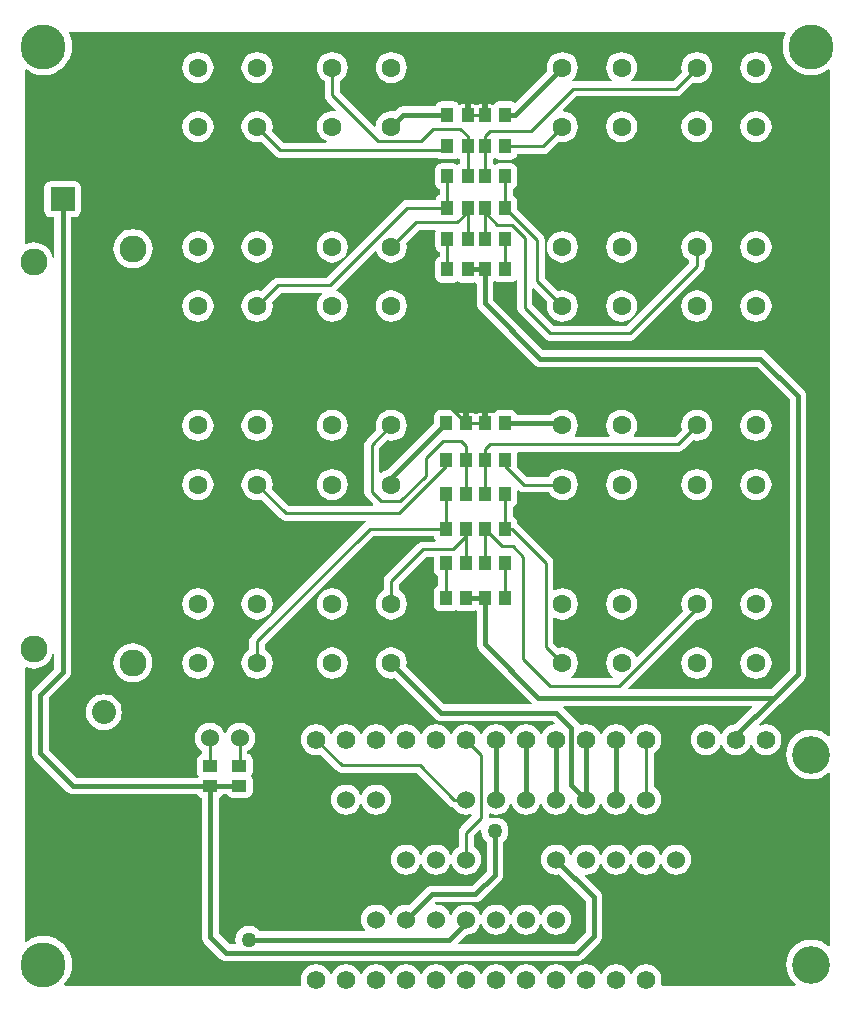
<source format=gtl>
G04 Layer_Physical_Order=1*
G04 Layer_Color=255*
%FSLAX23Y23*%
%MOIN*%
G70*
G01*
G75*
%ADD10R,0.040X0.047*%
%ADD11R,0.047X0.040*%
%ADD12C,0.010*%
%ADD13C,0.015*%
%ADD14C,0.062*%
%ADD15C,0.126*%
%ADD16C,0.060*%
%ADD17R,0.060X0.060*%
%ADD18C,0.063*%
%ADD19C,0.150*%
%ADD20C,0.090*%
%ADD21C,0.080*%
%ADD22R,0.080X0.080*%
%ADD23C,0.050*%
G36*
X4605Y6920D02*
X4601Y6912D01*
X4595Y6894D01*
X4594Y6875D01*
X4595Y6856D01*
X4601Y6838D01*
X4610Y6822D01*
X4622Y6807D01*
X4636Y6796D01*
X4652Y6787D01*
X4670Y6781D01*
X4689Y6780D01*
X4708Y6781D01*
X4726Y6787D01*
X4742Y6796D01*
X4746Y6799D01*
X4751Y6797D01*
Y4578D01*
X4746Y4576D01*
X4735Y4584D01*
X4721Y4592D01*
X4705Y4597D01*
X4689Y4598D01*
X4673Y4597D01*
X4657Y4592D01*
X4643Y4584D01*
X4630Y4574D01*
X4620Y4561D01*
X4612Y4547D01*
X4607Y4531D01*
X4606Y4515D01*
X4607Y4499D01*
X4612Y4483D01*
X4620Y4469D01*
X4630Y4456D01*
X4643Y4446D01*
X4657Y4438D01*
X4673Y4433D01*
X4689Y4432D01*
X4705Y4433D01*
X4721Y4438D01*
X4735Y4446D01*
X4746Y4454D01*
X4751Y4452D01*
Y3878D01*
X4746Y3876D01*
X4735Y3884D01*
X4721Y3892D01*
X4705Y3897D01*
X4689Y3898D01*
X4673Y3897D01*
X4657Y3892D01*
X4643Y3884D01*
X4630Y3874D01*
X4620Y3861D01*
X4612Y3847D01*
X4607Y3831D01*
X4606Y3815D01*
X4607Y3799D01*
X4612Y3783D01*
X4620Y3769D01*
X4630Y3756D01*
X4637Y3750D01*
X4635Y3745D01*
X4191D01*
X4188Y3750D01*
X4189Y3752D01*
X4190Y3765D01*
X4189Y3778D01*
X4184Y3791D01*
X4175Y3801D01*
X4165Y3810D01*
X4152Y3815D01*
X4139Y3816D01*
X4126Y3815D01*
X4113Y3810D01*
X4103Y3801D01*
X4094Y3791D01*
X4092Y3784D01*
X4086D01*
X4084Y3791D01*
X4075Y3801D01*
X4065Y3810D01*
X4052Y3815D01*
X4039Y3816D01*
X4026Y3815D01*
X4013Y3810D01*
X4003Y3801D01*
X3994Y3791D01*
X3992Y3784D01*
X3986D01*
X3984Y3791D01*
X3975Y3801D01*
X3965Y3810D01*
X3952Y3815D01*
X3939Y3816D01*
X3926Y3815D01*
X3913Y3810D01*
X3903Y3801D01*
X3894Y3791D01*
X3892Y3784D01*
X3886D01*
X3884Y3791D01*
X3875Y3801D01*
X3865Y3810D01*
X3852Y3815D01*
X3839Y3816D01*
X3826Y3815D01*
X3813Y3810D01*
X3803Y3801D01*
X3794Y3791D01*
X3792Y3784D01*
X3786D01*
X3784Y3791D01*
X3775Y3801D01*
X3765Y3810D01*
X3752Y3815D01*
X3739Y3816D01*
X3726Y3815D01*
X3713Y3810D01*
X3703Y3801D01*
X3694Y3791D01*
X3692Y3784D01*
X3686D01*
X3684Y3791D01*
X3675Y3801D01*
X3665Y3810D01*
X3652Y3815D01*
X3639Y3816D01*
X3626Y3815D01*
X3613Y3810D01*
X3603Y3801D01*
X3594Y3791D01*
X3592Y3784D01*
X3586D01*
X3584Y3791D01*
X3575Y3801D01*
X3565Y3810D01*
X3552Y3815D01*
X3539Y3816D01*
X3526Y3815D01*
X3513Y3810D01*
X3503Y3801D01*
X3494Y3791D01*
X3492Y3784D01*
X3486D01*
X3484Y3791D01*
X3475Y3801D01*
X3465Y3810D01*
X3452Y3815D01*
X3439Y3816D01*
X3426Y3815D01*
X3413Y3810D01*
X3403Y3801D01*
X3394Y3791D01*
X3392Y3784D01*
X3386D01*
X3384Y3791D01*
X3375Y3801D01*
X3365Y3810D01*
X3352Y3815D01*
X3339Y3816D01*
X3326Y3815D01*
X3313Y3810D01*
X3303Y3801D01*
X3294Y3791D01*
X3292Y3784D01*
X3286D01*
X3284Y3791D01*
X3275Y3801D01*
X3265Y3810D01*
X3252Y3815D01*
X3239Y3816D01*
X3226Y3815D01*
X3213Y3810D01*
X3203Y3801D01*
X3194Y3791D01*
X3192Y3784D01*
X3186D01*
X3184Y3791D01*
X3175Y3801D01*
X3165Y3810D01*
X3152Y3815D01*
X3139Y3816D01*
X3126Y3815D01*
X3113Y3810D01*
X3103Y3801D01*
X3094Y3791D01*
X3092Y3784D01*
X3086D01*
X3084Y3791D01*
X3075Y3801D01*
X3065Y3810D01*
X3052Y3815D01*
X3039Y3816D01*
X3026Y3815D01*
X3013Y3810D01*
X3003Y3801D01*
X2994Y3791D01*
X2989Y3778D01*
X2988Y3765D01*
X2989Y3752D01*
X2990Y3750D01*
X2987Y3745D01*
X2202D01*
X2200Y3750D01*
X2209Y3762D01*
X2218Y3778D01*
X2224Y3796D01*
X2225Y3815D01*
X2224Y3834D01*
X2218Y3852D01*
X2209Y3868D01*
X2197Y3882D01*
X2183Y3894D01*
X2167Y3903D01*
X2149Y3909D01*
X2130Y3910D01*
X2111Y3909D01*
X2093Y3903D01*
X2077Y3894D01*
X2073Y3891D01*
X2068Y3893D01*
Y4804D01*
X2073Y4806D01*
X2085Y4802D01*
X2098Y4801D01*
X2110Y4802D01*
X2123Y4806D01*
X2134Y4812D01*
X2144Y4820D01*
X2152Y4830D01*
X2158Y4842D01*
X2161Y4852D01*
X2166Y4851D01*
Y4800D01*
X2100Y4735D01*
X2096Y4729D01*
X2093Y4722D01*
X2092Y4715D01*
Y4520D01*
X2093Y4513D01*
X2096Y4506D01*
X2100Y4500D01*
X2210Y4390D01*
X2216Y4386D01*
X2223Y4383D01*
X2230Y4382D01*
X2643D01*
X2647Y4376D01*
X2654Y4371D01*
X2658Y4370D01*
Y3908D01*
X2659Y3901D01*
X2662Y3894D01*
X2666Y3888D01*
X2720Y3835D01*
X2726Y3830D01*
X2732Y3828D01*
X2740Y3827D01*
X3909D01*
X3917Y3828D01*
X3923Y3830D01*
X3929Y3835D01*
X3985Y3890D01*
X3989Y3896D01*
X3992Y3903D01*
X3993Y3910D01*
Y4039D01*
X3992Y4046D01*
X3989Y4053D01*
X3985Y4059D01*
X3933Y4111D01*
X3935Y4115D01*
X3939Y4115D01*
X3952Y4116D01*
X3964Y4121D01*
X3975Y4129D01*
X3983Y4140D01*
X3986Y4149D01*
X3992D01*
X3995Y4140D01*
X4003Y4129D01*
X4014Y4121D01*
X4026Y4116D01*
X4039Y4115D01*
X4052Y4116D01*
X4064Y4121D01*
X4075Y4129D01*
X4083Y4140D01*
X4086Y4149D01*
X4092D01*
X4095Y4140D01*
X4103Y4129D01*
X4114Y4121D01*
X4126Y4116D01*
X4139Y4115D01*
X4152Y4116D01*
X4164Y4121D01*
X4175Y4129D01*
X4183Y4140D01*
X4186Y4149D01*
X4192D01*
X4195Y4140D01*
X4203Y4129D01*
X4214Y4121D01*
X4226Y4116D01*
X4239Y4115D01*
X4252Y4116D01*
X4264Y4121D01*
X4275Y4129D01*
X4283Y4140D01*
X4288Y4152D01*
X4289Y4165D01*
X4288Y4178D01*
X4283Y4190D01*
X4275Y4201D01*
X4264Y4209D01*
X4252Y4214D01*
X4239Y4215D01*
X4226Y4214D01*
X4214Y4209D01*
X4203Y4201D01*
X4195Y4190D01*
X4192Y4181D01*
X4186D01*
X4183Y4190D01*
X4175Y4201D01*
X4164Y4209D01*
X4152Y4214D01*
X4139Y4215D01*
X4126Y4214D01*
X4114Y4209D01*
X4103Y4201D01*
X4095Y4190D01*
X4092Y4181D01*
X4086D01*
X4083Y4190D01*
X4075Y4201D01*
X4064Y4209D01*
X4052Y4214D01*
X4039Y4215D01*
X4026Y4214D01*
X4014Y4209D01*
X4003Y4201D01*
X3995Y4190D01*
X3992Y4181D01*
X3986D01*
X3983Y4190D01*
X3975Y4201D01*
X3964Y4209D01*
X3952Y4214D01*
X3939Y4215D01*
X3926Y4214D01*
X3914Y4209D01*
X3903Y4201D01*
X3895Y4190D01*
X3892Y4181D01*
X3886D01*
X3883Y4190D01*
X3875Y4201D01*
X3864Y4209D01*
X3852Y4214D01*
X3839Y4215D01*
X3826Y4214D01*
X3814Y4209D01*
X3803Y4201D01*
X3795Y4190D01*
X3790Y4178D01*
X3789Y4165D01*
X3790Y4152D01*
X3795Y4140D01*
X3803Y4129D01*
X3814Y4121D01*
X3826Y4116D01*
X3839Y4115D01*
X3849Y4116D01*
X3937Y4028D01*
Y3921D01*
X3898Y3882D01*
X3513D01*
X3511Y3887D01*
X3539Y3915D01*
X3539Y3915D01*
X3552Y3916D01*
X3564Y3921D01*
X3575Y3929D01*
X3583Y3940D01*
X3586Y3949D01*
X3592D01*
X3595Y3940D01*
X3603Y3929D01*
X3614Y3921D01*
X3626Y3916D01*
X3639Y3915D01*
X3652Y3916D01*
X3664Y3921D01*
X3675Y3929D01*
X3683Y3940D01*
X3686Y3949D01*
X3692D01*
X3695Y3940D01*
X3703Y3929D01*
X3714Y3921D01*
X3726Y3916D01*
X3739Y3915D01*
X3752Y3916D01*
X3764Y3921D01*
X3775Y3929D01*
X3783Y3940D01*
X3786Y3949D01*
X3792D01*
X3795Y3940D01*
X3803Y3929D01*
X3814Y3921D01*
X3826Y3916D01*
X3839Y3915D01*
X3852Y3916D01*
X3864Y3921D01*
X3875Y3929D01*
X3883Y3940D01*
X3888Y3952D01*
X3889Y3965D01*
X3888Y3978D01*
X3883Y3990D01*
X3875Y4001D01*
X3864Y4009D01*
X3852Y4014D01*
X3839Y4015D01*
X3826Y4014D01*
X3814Y4009D01*
X3803Y4001D01*
X3795Y3990D01*
X3792Y3981D01*
X3786D01*
X3783Y3990D01*
X3775Y4001D01*
X3764Y4009D01*
X3752Y4014D01*
X3739Y4015D01*
X3726Y4014D01*
X3714Y4009D01*
X3703Y4001D01*
X3695Y3990D01*
X3692Y3981D01*
X3686D01*
X3683Y3990D01*
X3675Y4001D01*
X3664Y4009D01*
X3652Y4014D01*
X3639Y4015D01*
X3626Y4014D01*
X3614Y4009D01*
X3603Y4001D01*
X3595Y3990D01*
X3592Y3981D01*
X3586D01*
X3583Y3990D01*
X3575Y4001D01*
X3564Y4009D01*
X3552Y4014D01*
X3539Y4015D01*
X3526Y4014D01*
X3514Y4009D01*
X3503Y4001D01*
X3495Y3990D01*
X3492Y3981D01*
X3486D01*
X3483Y3990D01*
X3475Y4001D01*
X3464Y4009D01*
X3452Y4014D01*
X3439Y4015D01*
X3437Y4015D01*
X3434Y4020D01*
X3436Y4022D01*
X3570D01*
X3577Y4023D01*
X3584Y4026D01*
X3590Y4030D01*
X3655Y4095D01*
X3659Y4101D01*
X3662Y4108D01*
X3663Y4115D01*
Y4225D01*
X3667Y4228D01*
X3674Y4237D01*
X3679Y4248D01*
X3680Y4260D01*
X3679Y4272D01*
X3674Y4283D01*
X3667Y4292D01*
X3658Y4299D01*
X3647Y4304D01*
X3635Y4305D01*
X3623Y4304D01*
X3618Y4302D01*
X3617Y4303D01*
X3614Y4306D01*
Y4317D01*
X3619Y4319D01*
X3626Y4316D01*
X3639Y4315D01*
X3652Y4316D01*
X3664Y4321D01*
X3675Y4329D01*
X3683Y4340D01*
X3686Y4349D01*
X3692D01*
X3695Y4340D01*
X3703Y4329D01*
X3714Y4321D01*
X3726Y4316D01*
X3739Y4315D01*
X3752Y4316D01*
X3764Y4321D01*
X3775Y4329D01*
X3783Y4340D01*
X3786Y4349D01*
X3792D01*
X3795Y4340D01*
X3803Y4329D01*
X3814Y4321D01*
X3826Y4316D01*
X3839Y4315D01*
X3852Y4316D01*
X3864Y4321D01*
X3875Y4329D01*
X3883Y4340D01*
X3886Y4349D01*
X3892D01*
X3895Y4340D01*
X3903Y4329D01*
X3914Y4321D01*
X3926Y4316D01*
X3939Y4315D01*
X3952Y4316D01*
X3964Y4321D01*
X3975Y4329D01*
X3983Y4340D01*
X3986Y4349D01*
X3992D01*
X3995Y4340D01*
X4003Y4329D01*
X4014Y4321D01*
X4026Y4316D01*
X4039Y4315D01*
X4052Y4316D01*
X4064Y4321D01*
X4075Y4329D01*
X4083Y4340D01*
X4086Y4349D01*
X4092D01*
X4095Y4340D01*
X4103Y4329D01*
X4114Y4321D01*
X4126Y4316D01*
X4139Y4315D01*
X4152Y4316D01*
X4164Y4321D01*
X4175Y4329D01*
X4183Y4340D01*
X4188Y4352D01*
X4189Y4365D01*
X4188Y4378D01*
X4183Y4390D01*
X4175Y4401D01*
X4164Y4408D01*
Y4520D01*
X4165Y4520D01*
X4175Y4529D01*
X4184Y4539D01*
X4189Y4552D01*
X4190Y4565D01*
X4189Y4578D01*
X4184Y4591D01*
X4175Y4601D01*
X4165Y4610D01*
X4152Y4615D01*
X4139Y4616D01*
X4126Y4615D01*
X4113Y4610D01*
X4103Y4601D01*
X4094Y4591D01*
X4092Y4584D01*
X4086D01*
X4084Y4591D01*
X4075Y4601D01*
X4065Y4610D01*
X4052Y4615D01*
X4039Y4616D01*
X4026Y4615D01*
X4013Y4610D01*
X4003Y4601D01*
X3994Y4591D01*
X3992Y4584D01*
X3986D01*
X3984Y4591D01*
X3975Y4601D01*
X3965Y4610D01*
X3952Y4615D01*
X3939Y4616D01*
X3926Y4615D01*
X3921Y4613D01*
X3915Y4616D01*
X3914Y4619D01*
X3910Y4625D01*
X3862Y4672D01*
X3864Y4677D01*
X4492D01*
X4493Y4673D01*
X4437Y4616D01*
X4426Y4615D01*
X4413Y4610D01*
X4403Y4601D01*
X4394Y4591D01*
X4392Y4584D01*
X4386D01*
X4384Y4591D01*
X4375Y4601D01*
X4365Y4610D01*
X4352Y4615D01*
X4339Y4616D01*
X4326Y4615D01*
X4313Y4610D01*
X4303Y4601D01*
X4294Y4591D01*
X4289Y4578D01*
X4288Y4565D01*
X4289Y4552D01*
X4294Y4539D01*
X4303Y4529D01*
X4313Y4520D01*
X4326Y4515D01*
X4339Y4514D01*
X4352Y4515D01*
X4365Y4520D01*
X4375Y4529D01*
X4384Y4539D01*
X4386Y4546D01*
X4392D01*
X4394Y4539D01*
X4403Y4529D01*
X4413Y4520D01*
X4426Y4515D01*
X4439Y4514D01*
X4452Y4515D01*
X4465Y4520D01*
X4475Y4529D01*
X4484Y4539D01*
X4486Y4546D01*
X4492D01*
X4494Y4539D01*
X4503Y4529D01*
X4513Y4520D01*
X4526Y4515D01*
X4539Y4514D01*
X4552Y4515D01*
X4565Y4520D01*
X4575Y4529D01*
X4584Y4539D01*
X4589Y4552D01*
X4590Y4565D01*
X4589Y4578D01*
X4584Y4591D01*
X4575Y4601D01*
X4565Y4610D01*
X4552Y4615D01*
X4539Y4616D01*
X4526Y4615D01*
X4518Y4611D01*
X4515Y4616D01*
X4585Y4685D01*
X4665Y4765D01*
X4669Y4771D01*
X4672Y4778D01*
X4673Y4785D01*
Y5710D01*
X4672Y5717D01*
X4669Y5724D01*
X4665Y5730D01*
X4540Y5855D01*
X4534Y5859D01*
X4527Y5862D01*
X4520Y5863D01*
X3796D01*
X3629Y6030D01*
Y6091D01*
X3635Y6094D01*
X3641Y6090D01*
X3649Y6089D01*
X3688D01*
X3696Y6090D01*
X3703Y6095D01*
X3705Y6097D01*
X3710Y6096D01*
Y6005D01*
X3711Y5995D01*
X3717Y5987D01*
X3802Y5902D01*
X3810Y5896D01*
X3820Y5895D01*
X4085D01*
X4095Y5896D01*
X4103Y5902D01*
X4326Y6125D01*
X4332Y6133D01*
X4334Y6143D01*
Y6162D01*
X4334Y6162D01*
X4345Y6170D01*
X4353Y6181D01*
X4358Y6193D01*
X4360Y6207D01*
X4358Y6220D01*
X4353Y6233D01*
X4345Y6244D01*
X4334Y6252D01*
X4322Y6257D01*
X4308Y6259D01*
X4295Y6257D01*
X4282Y6252D01*
X4271Y6244D01*
X4263Y6233D01*
X4258Y6220D01*
X4256Y6207D01*
X4258Y6193D01*
X4263Y6181D01*
X4271Y6170D01*
X4282Y6162D01*
X4283Y6162D01*
Y6154D01*
X4074Y5945D01*
X3831D01*
X3760Y6016D01*
Y6067D01*
X3765Y6069D01*
X3810Y6024D01*
X3810Y6023D01*
X3808Y6010D01*
X3810Y5997D01*
X3815Y5984D01*
X3823Y5973D01*
X3834Y5965D01*
X3847Y5960D01*
X3860Y5958D01*
X3873Y5960D01*
X3886Y5965D01*
X3897Y5973D01*
X3905Y5984D01*
X3910Y5997D01*
X3912Y6010D01*
X3910Y6023D01*
X3905Y6036D01*
X3897Y6047D01*
X3886Y6055D01*
X3873Y6060D01*
X3860Y6062D01*
X3847Y6060D01*
X3846Y6060D01*
X3801Y6105D01*
Y6230D01*
X3800Y6239D01*
X3794Y6248D01*
X3709Y6333D01*
Y6361D01*
X3707Y6368D01*
X3703Y6375D01*
X3696Y6380D01*
X3694Y6380D01*
Y6400D01*
X3696Y6400D01*
X3703Y6405D01*
X3707Y6412D01*
X3709Y6419D01*
Y6467D01*
X3707Y6474D01*
X3703Y6481D01*
X3696Y6485D01*
X3688Y6487D01*
X3649D01*
X3641Y6485D01*
X3635Y6481D01*
X3629Y6485D01*
X3627Y6486D01*
Y6499D01*
X3629Y6500D01*
X3635Y6504D01*
X3641Y6500D01*
X3649Y6498D01*
X3688D01*
X3696Y6500D01*
X3703Y6504D01*
X3707Y6511D01*
X3708Y6517D01*
X3794D01*
X3804Y6518D01*
X3812Y6524D01*
X3846Y6558D01*
X3847Y6558D01*
X3860Y6556D01*
X3873Y6558D01*
X3886Y6563D01*
X3897Y6571D01*
X3905Y6582D01*
X3910Y6595D01*
X3912Y6608D01*
X3910Y6622D01*
X3905Y6634D01*
X3897Y6645D01*
X3886Y6653D01*
X3873Y6658D01*
X3863Y6660D01*
X3861Y6665D01*
X3906Y6710D01*
X4238D01*
X4248Y6711D01*
X4256Y6717D01*
X4294Y6755D01*
X4295Y6755D01*
X4308Y6753D01*
X4321Y6755D01*
X4334Y6760D01*
X4345Y6768D01*
X4353Y6779D01*
X4358Y6792D01*
X4360Y6805D01*
X4358Y6818D01*
X4353Y6831D01*
X4345Y6842D01*
X4334Y6850D01*
X4321Y6855D01*
X4308Y6857D01*
X4295Y6855D01*
X4282Y6850D01*
X4271Y6842D01*
X4263Y6831D01*
X4258Y6818D01*
X4256Y6805D01*
X4258Y6792D01*
X4258Y6791D01*
X4227Y6760D01*
X4091D01*
X4090Y6765D01*
X4094Y6768D01*
X4102Y6779D01*
X4107Y6792D01*
X4109Y6805D01*
X4107Y6818D01*
X4102Y6831D01*
X4094Y6842D01*
X4083Y6850D01*
X4070Y6855D01*
X4057Y6857D01*
X4043Y6855D01*
X4031Y6850D01*
X4020Y6842D01*
X4012Y6831D01*
X4007Y6818D01*
X4005Y6805D01*
X4007Y6792D01*
X4012Y6779D01*
X4020Y6768D01*
X4024Y6765D01*
X4022Y6760D01*
X3895D01*
X3895Y6760D01*
X3893Y6765D01*
X3897Y6768D01*
X3905Y6779D01*
X3910Y6792D01*
X3912Y6805D01*
X3910Y6818D01*
X3905Y6831D01*
X3897Y6842D01*
X3886Y6850D01*
X3873Y6855D01*
X3860Y6857D01*
X3847Y6855D01*
X3834Y6850D01*
X3823Y6842D01*
X3815Y6831D01*
X3810Y6818D01*
X3808Y6805D01*
X3810Y6794D01*
X3702Y6686D01*
X3696Y6690D01*
X3688Y6692D01*
X3649D01*
X3641Y6690D01*
X3634Y6686D01*
X3632Y6682D01*
X3629Y6680D01*
X3625Y6681D01*
X3625Y6681D01*
X3621Y6682D01*
X3611D01*
Y6648D01*
X3591D01*
Y6682D01*
X3582D01*
X3578Y6681D01*
X3574Y6679D01*
X3571D01*
X3567Y6681D01*
X3563Y6682D01*
X3554D01*
Y6648D01*
X3534D01*
Y6682D01*
X3524D01*
X3520Y6681D01*
X3520Y6681D01*
X3516Y6680D01*
X3513Y6682D01*
X3511Y6686D01*
X3504Y6690D01*
X3496Y6692D01*
X3457D01*
X3449Y6690D01*
X3442Y6686D01*
X3438Y6679D01*
X3437Y6676D01*
X3330D01*
X3323Y6675D01*
X3316Y6672D01*
X3310Y6668D01*
X3301Y6659D01*
X3290Y6660D01*
X3276Y6658D01*
X3264Y6653D01*
X3253Y6645D01*
X3245Y6634D01*
X3240Y6622D01*
X3238Y6610D01*
X3233Y6608D01*
X3119Y6723D01*
Y6760D01*
X3119Y6760D01*
X3130Y6768D01*
X3138Y6779D01*
X3143Y6792D01*
X3145Y6805D01*
X3143Y6818D01*
X3138Y6831D01*
X3130Y6842D01*
X3119Y6850D01*
X3106Y6855D01*
X3093Y6857D01*
X3080Y6855D01*
X3067Y6850D01*
X3056Y6842D01*
X3048Y6831D01*
X3043Y6818D01*
X3041Y6805D01*
X3043Y6792D01*
X3048Y6779D01*
X3056Y6768D01*
X3067Y6760D01*
X3068Y6760D01*
Y6712D01*
X3069Y6702D01*
X3075Y6694D01*
X3105Y6663D01*
X3103Y6659D01*
X3093Y6660D01*
X3080Y6658D01*
X3067Y6653D01*
X3056Y6645D01*
X3048Y6634D01*
X3043Y6622D01*
X3041Y6608D01*
X3043Y6595D01*
X3048Y6582D01*
X3056Y6571D01*
X3067Y6563D01*
X3074Y6560D01*
X3073Y6555D01*
X2931D01*
X2892Y6594D01*
X2892Y6595D01*
X2894Y6608D01*
X2892Y6622D01*
X2887Y6634D01*
X2879Y6645D01*
X2868Y6653D01*
X2855Y6658D01*
X2842Y6660D01*
X2828Y6658D01*
X2816Y6653D01*
X2805Y6645D01*
X2797Y6634D01*
X2792Y6622D01*
X2790Y6608D01*
X2792Y6595D01*
X2797Y6582D01*
X2805Y6571D01*
X2816Y6563D01*
X2828Y6558D01*
X2842Y6556D01*
X2855Y6558D01*
X2856Y6558D01*
X2902Y6512D01*
X2910Y6506D01*
X2920Y6505D01*
X3443D01*
X3449Y6500D01*
X3457Y6499D01*
X3496D01*
X3504Y6500D01*
X3510Y6504D01*
X3516Y6500D01*
X3518Y6500D01*
Y6485D01*
X3516Y6485D01*
X3510Y6481D01*
X3504Y6485D01*
X3496Y6486D01*
X3457D01*
X3449Y6485D01*
X3442Y6480D01*
X3438Y6473D01*
X3436Y6466D01*
Y6418D01*
X3438Y6411D01*
X3442Y6404D01*
X3449Y6400D01*
X3451Y6399D01*
Y6381D01*
X3449Y6380D01*
X3442Y6376D01*
X3438Y6369D01*
X3437Y6363D01*
X3343D01*
X3333Y6362D01*
X3325Y6356D01*
X3074Y6105D01*
X2912D01*
X2902Y6104D01*
X2894Y6098D01*
X2856Y6060D01*
X2855Y6060D01*
X2842Y6062D01*
X2829Y6060D01*
X2816Y6055D01*
X2805Y6047D01*
X2797Y6036D01*
X2792Y6023D01*
X2790Y6010D01*
X2792Y5997D01*
X2797Y5984D01*
X2805Y5973D01*
X2816Y5965D01*
X2829Y5960D01*
X2842Y5958D01*
X2855Y5960D01*
X2868Y5965D01*
X2879Y5973D01*
X2887Y5984D01*
X2892Y5997D01*
X2894Y6010D01*
X2892Y6023D01*
X2892Y6024D01*
X2923Y6055D01*
X3059D01*
X3060Y6050D01*
X3056Y6047D01*
X3048Y6036D01*
X3043Y6023D01*
X3041Y6010D01*
X3043Y5997D01*
X3048Y5984D01*
X3056Y5973D01*
X3067Y5965D01*
X3080Y5960D01*
X3093Y5958D01*
X3106Y5960D01*
X3119Y5965D01*
X3130Y5973D01*
X3138Y5984D01*
X3143Y5997D01*
X3145Y6010D01*
X3143Y6023D01*
X3138Y6036D01*
X3130Y6047D01*
X3119Y6055D01*
X3108Y6060D01*
X3106Y6063D01*
X3106Y6065D01*
X3235Y6194D01*
X3240Y6192D01*
X3245Y6181D01*
X3253Y6170D01*
X3264Y6162D01*
X3276Y6157D01*
X3290Y6155D01*
X3303Y6157D01*
X3316Y6162D01*
X3327Y6170D01*
X3335Y6181D01*
X3340Y6193D01*
X3342Y6207D01*
X3340Y6220D01*
X3340Y6221D01*
X3384Y6265D01*
X3433D01*
X3437Y6260D01*
X3436Y6257D01*
Y6209D01*
X3438Y6202D01*
X3442Y6195D01*
X3449Y6190D01*
X3451Y6190D01*
Y6175D01*
X3449Y6175D01*
X3442Y6170D01*
X3438Y6163D01*
X3436Y6156D01*
Y6108D01*
X3438Y6101D01*
X3442Y6094D01*
X3449Y6090D01*
X3457Y6088D01*
X3496D01*
X3504Y6090D01*
X3510Y6094D01*
X3516Y6090D01*
X3524Y6088D01*
X3563D01*
X3569Y6089D01*
X3573Y6086D01*
X3574Y6085D01*
Y6019D01*
X3575Y6011D01*
X3577Y6005D01*
X3582Y5999D01*
X3765Y5815D01*
X3771Y5811D01*
X3778Y5808D01*
X3785Y5807D01*
X4509D01*
X4617Y5699D01*
Y4796D01*
X4554Y4733D01*
X4080D01*
X4078Y4737D01*
X4306Y4965D01*
X4308Y4965D01*
X4321Y4967D01*
X4334Y4972D01*
X4345Y4980D01*
X4353Y4991D01*
X4358Y5003D01*
X4360Y5017D01*
X4358Y5030D01*
X4353Y5043D01*
X4345Y5054D01*
X4334Y5062D01*
X4321Y5067D01*
X4308Y5069D01*
X4295Y5067D01*
X4282Y5062D01*
X4271Y5054D01*
X4263Y5043D01*
X4258Y5030D01*
X4256Y5017D01*
X4258Y5003D01*
X4262Y4993D01*
X4109Y4840D01*
X4104Y4841D01*
X4102Y4846D01*
X4094Y4857D01*
X4083Y4865D01*
X4070Y4870D01*
X4057Y4872D01*
X4044Y4870D01*
X4031Y4865D01*
X4020Y4857D01*
X4012Y4846D01*
X4007Y4833D01*
X4005Y4820D01*
X4007Y4807D01*
X4012Y4794D01*
X4020Y4783D01*
X4030Y4775D01*
X4030Y4773D01*
X4029Y4770D01*
X3887D01*
X3887Y4775D01*
X3897Y4783D01*
X3905Y4794D01*
X3910Y4807D01*
X3912Y4820D01*
X3910Y4833D01*
X3905Y4846D01*
X3897Y4857D01*
X3886Y4865D01*
X3874Y4870D01*
X3860Y4872D01*
X3847Y4870D01*
X3846Y4870D01*
X3830Y4886D01*
Y4969D01*
X3835Y4971D01*
X3847Y4967D01*
X3860Y4965D01*
X3874Y4967D01*
X3886Y4972D01*
X3897Y4980D01*
X3905Y4991D01*
X3910Y5003D01*
X3912Y5017D01*
X3910Y5030D01*
X3905Y5043D01*
X3897Y5054D01*
X3886Y5062D01*
X3874Y5067D01*
X3860Y5069D01*
X3847Y5067D01*
X3835Y5062D01*
X3830Y5065D01*
Y5155D01*
X3829Y5165D01*
X3823Y5173D01*
X3711Y5285D01*
X3709Y5287D01*
Y5291D01*
X3707Y5298D01*
X3703Y5305D01*
X3696Y5310D01*
X3694Y5310D01*
Y5340D01*
X3696Y5340D01*
X3703Y5345D01*
X3707Y5352D01*
X3709Y5359D01*
Y5395D01*
X3714Y5396D01*
X3721Y5391D01*
X3731Y5390D01*
X3815D01*
X3815Y5389D01*
X3823Y5378D01*
X3834Y5370D01*
X3847Y5365D01*
X3860Y5363D01*
X3874Y5365D01*
X3886Y5370D01*
X3897Y5378D01*
X3905Y5389D01*
X3910Y5402D01*
X3912Y5415D01*
X3910Y5428D01*
X3905Y5441D01*
X3897Y5452D01*
X3886Y5460D01*
X3874Y5465D01*
X3860Y5467D01*
X3847Y5465D01*
X3834Y5460D01*
X3823Y5452D01*
X3815Y5441D01*
X3815Y5440D01*
X3742D01*
X3709Y5473D01*
X3709Y5473D01*
Y5521D01*
X3712Y5525D01*
X4246D01*
X4256Y5526D01*
X4264Y5532D01*
X4294Y5562D01*
X4295Y5562D01*
X4308Y5560D01*
X4321Y5562D01*
X4334Y5567D01*
X4345Y5575D01*
X4353Y5586D01*
X4358Y5598D01*
X4360Y5612D01*
X4358Y5625D01*
X4353Y5638D01*
X4345Y5649D01*
X4334Y5657D01*
X4321Y5662D01*
X4308Y5664D01*
X4295Y5662D01*
X4282Y5657D01*
X4271Y5649D01*
X4263Y5638D01*
X4258Y5625D01*
X4256Y5612D01*
X4258Y5598D01*
X4258Y5598D01*
X4236Y5575D01*
X4100D01*
X4097Y5580D01*
X4102Y5586D01*
X4107Y5598D01*
X4109Y5612D01*
X4107Y5625D01*
X4102Y5638D01*
X4094Y5649D01*
X4083Y5657D01*
X4070Y5662D01*
X4057Y5664D01*
X4044Y5662D01*
X4031Y5657D01*
X4020Y5649D01*
X4012Y5638D01*
X4007Y5625D01*
X4005Y5612D01*
X4007Y5598D01*
X4012Y5586D01*
X4017Y5580D01*
X4014Y5575D01*
X3903D01*
X3901Y5580D01*
X3905Y5586D01*
X3910Y5598D01*
X3912Y5612D01*
X3910Y5625D01*
X3905Y5638D01*
X3897Y5649D01*
X3886Y5657D01*
X3874Y5662D01*
X3860Y5664D01*
X3847Y5662D01*
X3834Y5657D01*
X3823Y5649D01*
X3823Y5648D01*
X3708D01*
X3707Y5651D01*
X3703Y5658D01*
X3696Y5662D01*
X3688Y5664D01*
X3649D01*
X3641Y5662D01*
X3634Y5658D01*
X3632Y5654D01*
X3629Y5652D01*
X3625Y5653D01*
X3625Y5653D01*
X3621Y5654D01*
X3611D01*
Y5620D01*
X3591D01*
Y5654D01*
X3582D01*
X3578Y5653D01*
X3574Y5651D01*
X3574Y5650D01*
X3568D01*
X3567Y5651D01*
X3564Y5653D01*
X3560Y5654D01*
X3550D01*
Y5620D01*
X3530D01*
Y5654D01*
X3520D01*
X3516Y5653D01*
X3516Y5653D01*
X3512Y5652D01*
X3510Y5654D01*
X3507Y5658D01*
X3500Y5662D01*
X3493Y5664D01*
X3453D01*
X3445Y5662D01*
X3439Y5658D01*
X3434Y5651D01*
X3433Y5644D01*
Y5619D01*
X3279Y5466D01*
X3276Y5465D01*
X3264Y5460D01*
X3255Y5454D01*
X3250Y5456D01*
Y5536D01*
X3276Y5562D01*
X3276Y5562D01*
X3290Y5560D01*
X3303Y5562D01*
X3316Y5567D01*
X3327Y5575D01*
X3335Y5586D01*
X3340Y5598D01*
X3342Y5612D01*
X3340Y5625D01*
X3335Y5638D01*
X3327Y5649D01*
X3316Y5657D01*
X3303Y5662D01*
X3290Y5664D01*
X3276Y5662D01*
X3264Y5657D01*
X3253Y5649D01*
X3245Y5638D01*
X3240Y5625D01*
X3238Y5612D01*
X3240Y5598D01*
X3240Y5598D01*
X3207Y5565D01*
X3201Y5557D01*
X3200Y5547D01*
Y5390D01*
X3201Y5380D01*
X3207Y5372D01*
X3229Y5350D01*
X3227Y5345D01*
X2948D01*
X2892Y5401D01*
X2892Y5402D01*
X2894Y5415D01*
X2892Y5428D01*
X2887Y5441D01*
X2879Y5452D01*
X2868Y5460D01*
X2855Y5465D01*
X2842Y5467D01*
X2829Y5465D01*
X2816Y5460D01*
X2805Y5452D01*
X2797Y5441D01*
X2792Y5428D01*
X2790Y5415D01*
X2792Y5402D01*
X2797Y5389D01*
X2805Y5378D01*
X2816Y5370D01*
X2829Y5365D01*
X2842Y5363D01*
X2855Y5365D01*
X2856Y5365D01*
X2919Y5302D01*
X2927Y5296D01*
X2937Y5295D01*
X3204D01*
X3205Y5290D01*
X3200Y5286D01*
X2824Y4910D01*
X2818Y4902D01*
X2816Y4892D01*
Y4865D01*
X2816Y4865D01*
X2805Y4857D01*
X2797Y4846D01*
X2792Y4833D01*
X2790Y4820D01*
X2792Y4807D01*
X2797Y4794D01*
X2805Y4783D01*
X2816Y4775D01*
X2829Y4770D01*
X2842Y4768D01*
X2855Y4770D01*
X2868Y4775D01*
X2879Y4783D01*
X2887Y4794D01*
X2892Y4807D01*
X2894Y4820D01*
X2892Y4833D01*
X2887Y4846D01*
X2879Y4857D01*
X2868Y4865D01*
X2867Y4865D01*
Y4881D01*
X3229Y5242D01*
X3432D01*
X3433Y5237D01*
X3437Y5230D01*
X3436Y5228D01*
X3435Y5225D01*
X3395D01*
X3385Y5224D01*
X3377Y5218D01*
X3272Y5113D01*
X3266Y5105D01*
X3264Y5095D01*
Y5062D01*
X3264Y5062D01*
X3253Y5054D01*
X3245Y5043D01*
X3240Y5030D01*
X3238Y5017D01*
X3240Y5003D01*
X3245Y4991D01*
X3253Y4980D01*
X3264Y4972D01*
X3276Y4967D01*
X3290Y4965D01*
X3303Y4967D01*
X3316Y4972D01*
X3327Y4980D01*
X3335Y4991D01*
X3340Y5003D01*
X3342Y5017D01*
X3340Y5030D01*
X3335Y5043D01*
X3327Y5054D01*
X3316Y5062D01*
X3315Y5062D01*
Y5084D01*
X3406Y5175D01*
X3431D01*
Y5129D01*
X3433Y5122D01*
X3437Y5115D01*
X3444Y5110D01*
X3446Y5110D01*
Y5080D01*
X3444Y5080D01*
X3437Y5075D01*
X3433Y5068D01*
X3431Y5061D01*
Y5013D01*
X3433Y5006D01*
X3437Y4999D01*
X3444Y4995D01*
X3452Y4993D01*
X3491D01*
X3499Y4995D01*
X3505Y4999D01*
X3511Y4995D01*
X3519Y4993D01*
X3558D01*
X3566Y4995D01*
X3569Y4997D01*
X3574Y4994D01*
Y4884D01*
X3575Y4876D01*
X3577Y4870D01*
X3582Y4864D01*
X3758Y4688D01*
X3756Y4683D01*
X3466D01*
X3340Y4809D01*
X3342Y4820D01*
X3340Y4833D01*
X3335Y4846D01*
X3327Y4857D01*
X3316Y4865D01*
X3303Y4870D01*
X3290Y4872D01*
X3276Y4870D01*
X3264Y4865D01*
X3253Y4857D01*
X3245Y4846D01*
X3240Y4833D01*
X3238Y4820D01*
X3240Y4807D01*
X3245Y4794D01*
X3253Y4783D01*
X3264Y4775D01*
X3276Y4770D01*
X3290Y4768D01*
X3301Y4770D01*
X3435Y4635D01*
X3441Y4631D01*
X3448Y4628D01*
X3455Y4627D01*
X3829D01*
X3835Y4621D01*
X3833Y4616D01*
X3826Y4615D01*
X3813Y4610D01*
X3803Y4601D01*
X3794Y4591D01*
X3792Y4584D01*
X3786D01*
X3784Y4591D01*
X3775Y4601D01*
X3765Y4610D01*
X3752Y4615D01*
X3739Y4616D01*
X3726Y4615D01*
X3713Y4610D01*
X3703Y4601D01*
X3694Y4591D01*
X3692Y4584D01*
X3686D01*
X3684Y4591D01*
X3675Y4601D01*
X3665Y4610D01*
X3652Y4615D01*
X3639Y4616D01*
X3626Y4615D01*
X3613Y4610D01*
X3603Y4601D01*
X3594Y4591D01*
X3592Y4584D01*
X3586D01*
X3584Y4591D01*
X3575Y4601D01*
X3565Y4610D01*
X3552Y4615D01*
X3539Y4616D01*
X3526Y4615D01*
X3513Y4610D01*
X3503Y4601D01*
X3494Y4591D01*
X3492Y4584D01*
X3486D01*
X3484Y4591D01*
X3475Y4601D01*
X3465Y4610D01*
X3452Y4615D01*
X3439Y4616D01*
X3426Y4615D01*
X3413Y4610D01*
X3403Y4601D01*
X3394Y4591D01*
X3392Y4584D01*
X3386D01*
X3384Y4591D01*
X3375Y4601D01*
X3365Y4610D01*
X3352Y4615D01*
X3339Y4616D01*
X3326Y4615D01*
X3313Y4610D01*
X3303Y4601D01*
X3294Y4591D01*
X3292Y4584D01*
X3286D01*
X3284Y4591D01*
X3275Y4601D01*
X3265Y4610D01*
X3252Y4615D01*
X3239Y4616D01*
X3226Y4615D01*
X3213Y4610D01*
X3203Y4601D01*
X3194Y4591D01*
X3192Y4584D01*
X3186D01*
X3184Y4591D01*
X3175Y4601D01*
X3165Y4610D01*
X3152Y4615D01*
X3139Y4616D01*
X3126Y4615D01*
X3113Y4610D01*
X3103Y4601D01*
X3094Y4591D01*
X3092Y4584D01*
X3086D01*
X3084Y4591D01*
X3075Y4601D01*
X3065Y4610D01*
X3052Y4615D01*
X3039Y4616D01*
X3026Y4615D01*
X3013Y4610D01*
X3003Y4601D01*
X2994Y4591D01*
X2989Y4578D01*
X2988Y4565D01*
X2989Y4552D01*
X2994Y4539D01*
X3003Y4529D01*
X3013Y4520D01*
X3026Y4515D01*
X3039Y4514D01*
X3052Y4515D01*
X3053Y4515D01*
X3106Y4462D01*
X3114Y4456D01*
X3124Y4455D01*
X3373D01*
X3481Y4347D01*
X3489Y4341D01*
X3495Y4340D01*
X3495Y4340D01*
X3503Y4329D01*
X3514Y4321D01*
X3526Y4316D01*
X3539Y4315D01*
X3552Y4316D01*
X3555Y4317D01*
X3560Y4314D01*
X3560Y4313D01*
X3521Y4273D01*
X3515Y4265D01*
X3514Y4255D01*
Y4208D01*
X3503Y4201D01*
X3495Y4190D01*
X3492Y4181D01*
X3486D01*
X3483Y4190D01*
X3475Y4201D01*
X3464Y4209D01*
X3452Y4214D01*
X3439Y4215D01*
X3426Y4214D01*
X3414Y4209D01*
X3403Y4201D01*
X3395Y4190D01*
X3392Y4181D01*
X3386D01*
X3383Y4190D01*
X3375Y4201D01*
X3364Y4209D01*
X3352Y4214D01*
X3339Y4215D01*
X3326Y4214D01*
X3314Y4209D01*
X3303Y4201D01*
X3295Y4190D01*
X3290Y4178D01*
X3289Y4165D01*
X3290Y4152D01*
X3295Y4140D01*
X3303Y4129D01*
X3314Y4121D01*
X3326Y4116D01*
X3339Y4115D01*
X3352Y4116D01*
X3364Y4121D01*
X3375Y4129D01*
X3383Y4140D01*
X3386Y4149D01*
X3392D01*
X3395Y4140D01*
X3403Y4129D01*
X3414Y4121D01*
X3426Y4116D01*
X3439Y4115D01*
X3452Y4116D01*
X3464Y4121D01*
X3475Y4129D01*
X3483Y4140D01*
X3486Y4149D01*
X3492D01*
X3495Y4140D01*
X3503Y4129D01*
X3514Y4121D01*
X3526Y4116D01*
X3539Y4115D01*
X3552Y4116D01*
X3564Y4121D01*
X3575Y4129D01*
X3583Y4140D01*
X3588Y4152D01*
X3589Y4165D01*
X3588Y4178D01*
X3583Y4190D01*
X3575Y4201D01*
X3564Y4208D01*
Y4244D01*
X3586Y4266D01*
X3590Y4263D01*
X3590Y4260D01*
X3591Y4248D01*
X3596Y4237D01*
X3603Y4228D01*
X3607Y4225D01*
Y4126D01*
X3559Y4078D01*
X3424D01*
X3417Y4077D01*
X3410Y4074D01*
X3404Y4070D01*
X3349Y4014D01*
X3339Y4015D01*
X3326Y4014D01*
X3314Y4009D01*
X3303Y4001D01*
X3295Y3990D01*
X3292Y3981D01*
X3286D01*
X3283Y3990D01*
X3275Y4001D01*
X3264Y4009D01*
X3252Y4014D01*
X3239Y4015D01*
X3226Y4014D01*
X3214Y4009D01*
X3203Y4001D01*
X3195Y3990D01*
X3190Y3978D01*
X3189Y3965D01*
X3190Y3952D01*
X3195Y3940D01*
X3202Y3931D01*
X3200Y3926D01*
X2850D01*
X2847Y3930D01*
X2838Y3937D01*
X2827Y3942D01*
X2815Y3943D01*
X2803Y3942D01*
X2792Y3937D01*
X2783Y3930D01*
X2776Y3921D01*
X2771Y3910D01*
X2770Y3898D01*
X2771Y3887D01*
X2768Y3882D01*
X2751D01*
X2714Y3919D01*
Y4371D01*
X2716Y4371D01*
X2723Y4376D01*
X2727Y4382D01*
X2728Y4383D01*
X2741D01*
X2745Y4376D01*
X2752Y4372D01*
X2759Y4370D01*
X2807D01*
X2814Y4372D01*
X2821Y4376D01*
X2825Y4383D01*
X2827Y4391D01*
Y4430D01*
X2825Y4438D01*
X2821Y4444D01*
X2825Y4450D01*
X2827Y4458D01*
Y4497D01*
X2825Y4505D01*
X2821Y4512D01*
X2814Y4516D01*
X2810Y4517D01*
Y4527D01*
X2821Y4534D01*
X2829Y4545D01*
X2834Y4557D01*
X2835Y4570D01*
X2834Y4583D01*
X2829Y4595D01*
X2821Y4606D01*
X2810Y4614D01*
X2798Y4619D01*
X2785Y4620D01*
X2772Y4619D01*
X2760Y4614D01*
X2749Y4606D01*
X2741Y4595D01*
X2738Y4586D01*
X2732D01*
X2729Y4595D01*
X2721Y4606D01*
X2710Y4614D01*
X2698Y4619D01*
X2685Y4620D01*
X2672Y4619D01*
X2660Y4614D01*
X2649Y4606D01*
X2641Y4595D01*
X2636Y4583D01*
X2635Y4570D01*
X2636Y4557D01*
X2641Y4545D01*
X2649Y4534D01*
X2660Y4527D01*
Y4517D01*
X2654Y4516D01*
X2647Y4511D01*
X2643Y4505D01*
X2641Y4497D01*
Y4457D01*
X2643Y4450D01*
X2647Y4444D01*
X2643Y4438D01*
X2241D01*
X2148Y4531D01*
Y4704D01*
X2213Y4769D01*
X2218Y4775D01*
X2221Y4782D01*
X2222Y4789D01*
Y6306D01*
X2234D01*
X2242Y6308D01*
X2248Y6312D01*
X2253Y6319D01*
X2254Y6327D01*
Y6407D01*
X2253Y6414D01*
X2248Y6421D01*
X2242Y6425D01*
X2234Y6427D01*
X2154D01*
X2146Y6425D01*
X2139Y6421D01*
X2135Y6414D01*
X2133Y6407D01*
Y6327D01*
X2135Y6319D01*
X2139Y6312D01*
X2146Y6308D01*
X2154Y6306D01*
X2166D01*
Y6171D01*
X2161Y6171D01*
X2158Y6181D01*
X2152Y6192D01*
X2144Y6202D01*
X2134Y6211D01*
X2123Y6217D01*
X2110Y6220D01*
X2098Y6222D01*
X2085Y6220D01*
X2073Y6217D01*
X2068Y6219D01*
Y6797D01*
X2073Y6799D01*
X2077Y6796D01*
X2093Y6787D01*
X2111Y6781D01*
X2130Y6780D01*
X2149Y6781D01*
X2167Y6787D01*
X2183Y6796D01*
X2197Y6807D01*
X2209Y6822D01*
X2218Y6838D01*
X2224Y6856D01*
X2225Y6875D01*
X2224Y6894D01*
X2218Y6912D01*
X2214Y6920D01*
X2216Y6925D01*
X4603D01*
X4605Y6920D01*
D02*
G37*
%LPC*%
G36*
X3093Y5467D02*
X3080Y5465D01*
X3067Y5460D01*
X3056Y5452D01*
X3048Y5441D01*
X3043Y5428D01*
X3041Y5415D01*
X3043Y5402D01*
X3048Y5389D01*
X3056Y5378D01*
X3067Y5370D01*
X3080Y5365D01*
X3093Y5363D01*
X3106Y5365D01*
X3119Y5370D01*
X3130Y5378D01*
X3138Y5389D01*
X3143Y5402D01*
X3145Y5415D01*
X3143Y5428D01*
X3138Y5441D01*
X3130Y5452D01*
X3119Y5460D01*
X3106Y5465D01*
X3093Y5467D01*
D02*
G37*
G36*
X4057D02*
X4044Y5465D01*
X4031Y5460D01*
X4020Y5452D01*
X4012Y5441D01*
X4007Y5428D01*
X4005Y5415D01*
X4007Y5402D01*
X4012Y5389D01*
X4020Y5378D01*
X4031Y5370D01*
X4044Y5365D01*
X4057Y5363D01*
X4070Y5365D01*
X4083Y5370D01*
X4094Y5378D01*
X4102Y5389D01*
X4107Y5402D01*
X4109Y5415D01*
X4107Y5428D01*
X4102Y5441D01*
X4094Y5452D01*
X4083Y5460D01*
X4070Y5465D01*
X4057Y5467D01*
D02*
G37*
G36*
X2645D02*
X2632Y5465D01*
X2619Y5460D01*
X2608Y5452D01*
X2600Y5441D01*
X2595Y5428D01*
X2593Y5415D01*
X2595Y5402D01*
X2600Y5389D01*
X2608Y5378D01*
X2619Y5370D01*
X2632Y5365D01*
X2645Y5363D01*
X2659Y5365D01*
X2671Y5370D01*
X2682Y5378D01*
X2690Y5389D01*
X2695Y5402D01*
X2697Y5415D01*
X2695Y5428D01*
X2690Y5441D01*
X2682Y5452D01*
X2671Y5460D01*
X2659Y5465D01*
X2645Y5467D01*
D02*
G37*
G36*
X4057Y5069D02*
X4044Y5067D01*
X4031Y5062D01*
X4020Y5054D01*
X4012Y5043D01*
X4007Y5030D01*
X4005Y5017D01*
X4007Y5003D01*
X4012Y4991D01*
X4020Y4980D01*
X4031Y4972D01*
X4044Y4967D01*
X4057Y4965D01*
X4070Y4967D01*
X4083Y4972D01*
X4094Y4980D01*
X4102Y4991D01*
X4107Y5003D01*
X4109Y5017D01*
X4107Y5030D01*
X4102Y5043D01*
X4094Y5054D01*
X4083Y5062D01*
X4070Y5067D01*
X4057Y5069D01*
D02*
G37*
G36*
X4505D02*
X4491Y5067D01*
X4479Y5062D01*
X4468Y5054D01*
X4460Y5043D01*
X4455Y5030D01*
X4453Y5017D01*
X4455Y5003D01*
X4460Y4991D01*
X4468Y4980D01*
X4479Y4972D01*
X4491Y4967D01*
X4505Y4965D01*
X4518Y4967D01*
X4531Y4972D01*
X4542Y4980D01*
X4550Y4991D01*
X4555Y5003D01*
X4557Y5017D01*
X4555Y5030D01*
X4550Y5043D01*
X4542Y5054D01*
X4531Y5062D01*
X4518Y5067D01*
X4505Y5069D01*
D02*
G37*
G36*
X2842Y5664D02*
X2829Y5662D01*
X2816Y5657D01*
X2805Y5649D01*
X2797Y5638D01*
X2792Y5625D01*
X2790Y5612D01*
X2792Y5598D01*
X2797Y5586D01*
X2805Y5575D01*
X2816Y5567D01*
X2829Y5562D01*
X2842Y5560D01*
X2855Y5562D01*
X2868Y5567D01*
X2879Y5575D01*
X2887Y5586D01*
X2892Y5598D01*
X2894Y5612D01*
X2892Y5625D01*
X2887Y5638D01*
X2879Y5649D01*
X2868Y5657D01*
X2855Y5662D01*
X2842Y5664D01*
D02*
G37*
G36*
X3093D02*
X3080Y5662D01*
X3067Y5657D01*
X3056Y5649D01*
X3048Y5638D01*
X3043Y5625D01*
X3041Y5612D01*
X3043Y5598D01*
X3048Y5586D01*
X3056Y5575D01*
X3067Y5567D01*
X3080Y5562D01*
X3093Y5560D01*
X3106Y5562D01*
X3119Y5567D01*
X3130Y5575D01*
X3138Y5586D01*
X3143Y5598D01*
X3145Y5612D01*
X3143Y5625D01*
X3138Y5638D01*
X3130Y5649D01*
X3119Y5657D01*
X3106Y5662D01*
X3093Y5664D01*
D02*
G37*
G36*
X2645D02*
X2632Y5662D01*
X2619Y5657D01*
X2608Y5649D01*
X2600Y5638D01*
X2595Y5625D01*
X2593Y5612D01*
X2595Y5598D01*
X2600Y5586D01*
X2608Y5575D01*
X2619Y5567D01*
X2632Y5562D01*
X2645Y5560D01*
X2659Y5562D01*
X2671Y5567D01*
X2682Y5575D01*
X2690Y5586D01*
X2695Y5598D01*
X2697Y5612D01*
X2695Y5625D01*
X2690Y5638D01*
X2682Y5649D01*
X2671Y5657D01*
X2659Y5662D01*
X2645Y5664D01*
D02*
G37*
G36*
X4308Y5467D02*
X4295Y5465D01*
X4282Y5460D01*
X4271Y5452D01*
X4263Y5441D01*
X4258Y5428D01*
X4256Y5415D01*
X4258Y5402D01*
X4263Y5389D01*
X4271Y5378D01*
X4282Y5370D01*
X4295Y5365D01*
X4308Y5363D01*
X4321Y5365D01*
X4334Y5370D01*
X4345Y5378D01*
X4353Y5389D01*
X4358Y5402D01*
X4360Y5415D01*
X4358Y5428D01*
X4353Y5441D01*
X4345Y5452D01*
X4334Y5460D01*
X4321Y5465D01*
X4308Y5467D01*
D02*
G37*
G36*
X4505D02*
X4491Y5465D01*
X4479Y5460D01*
X4468Y5452D01*
X4460Y5441D01*
X4455Y5428D01*
X4453Y5415D01*
X4455Y5402D01*
X4460Y5389D01*
X4468Y5378D01*
X4479Y5370D01*
X4491Y5365D01*
X4505Y5363D01*
X4518Y5365D01*
X4531Y5370D01*
X4542Y5378D01*
X4550Y5389D01*
X4555Y5402D01*
X4557Y5415D01*
X4555Y5428D01*
X4550Y5441D01*
X4542Y5452D01*
X4531Y5460D01*
X4518Y5465D01*
X4505Y5467D01*
D02*
G37*
G36*
X2645Y4872D02*
X2632Y4870D01*
X2619Y4865D01*
X2608Y4857D01*
X2600Y4846D01*
X2595Y4833D01*
X2593Y4820D01*
X2595Y4807D01*
X2600Y4794D01*
X2608Y4783D01*
X2619Y4775D01*
X2632Y4770D01*
X2645Y4768D01*
X2659Y4770D01*
X2671Y4775D01*
X2682Y4783D01*
X2690Y4794D01*
X2695Y4807D01*
X2697Y4820D01*
X2695Y4833D01*
X2690Y4846D01*
X2682Y4857D01*
X2671Y4865D01*
X2659Y4870D01*
X2645Y4872D01*
D02*
G37*
G36*
X3093D02*
X3080Y4870D01*
X3067Y4865D01*
X3056Y4857D01*
X3048Y4846D01*
X3043Y4833D01*
X3041Y4820D01*
X3043Y4807D01*
X3048Y4794D01*
X3056Y4783D01*
X3067Y4775D01*
X3080Y4770D01*
X3093Y4768D01*
X3106Y4770D01*
X3119Y4775D01*
X3130Y4783D01*
X3138Y4794D01*
X3143Y4807D01*
X3145Y4820D01*
X3143Y4833D01*
X3138Y4846D01*
X3130Y4857D01*
X3119Y4865D01*
X3106Y4870D01*
X3093Y4872D01*
D02*
G37*
G36*
X2428Y4886D02*
X2415Y4885D01*
X2403Y4881D01*
X2392Y4875D01*
X2382Y4867D01*
X2374Y4857D01*
X2368Y4846D01*
X2364Y4834D01*
X2363Y4821D01*
X2364Y4808D01*
X2368Y4796D01*
X2374Y4785D01*
X2382Y4775D01*
X2392Y4767D01*
X2403Y4761D01*
X2415Y4757D01*
X2428Y4756D01*
X2441Y4757D01*
X2453Y4761D01*
X2464Y4767D01*
X2474Y4775D01*
X2482Y4785D01*
X2488Y4796D01*
X2492Y4808D01*
X2493Y4821D01*
X2492Y4834D01*
X2488Y4846D01*
X2482Y4857D01*
X2474Y4867D01*
X2464Y4875D01*
X2453Y4881D01*
X2441Y4885D01*
X2428Y4886D01*
D02*
G37*
G36*
X3239Y4415D02*
X3226Y4414D01*
X3214Y4409D01*
X3203Y4401D01*
X3195Y4390D01*
X3192Y4381D01*
X3186D01*
X3183Y4390D01*
X3175Y4401D01*
X3164Y4409D01*
X3152Y4414D01*
X3139Y4415D01*
X3126Y4414D01*
X3114Y4409D01*
X3103Y4401D01*
X3095Y4390D01*
X3090Y4378D01*
X3089Y4365D01*
X3090Y4352D01*
X3095Y4340D01*
X3103Y4329D01*
X3114Y4321D01*
X3126Y4316D01*
X3139Y4315D01*
X3152Y4316D01*
X3164Y4321D01*
X3175Y4329D01*
X3183Y4340D01*
X3186Y4349D01*
X3192D01*
X3195Y4340D01*
X3203Y4329D01*
X3214Y4321D01*
X3226Y4316D01*
X3239Y4315D01*
X3252Y4316D01*
X3264Y4321D01*
X3275Y4329D01*
X3283Y4340D01*
X3288Y4352D01*
X3289Y4365D01*
X3288Y4378D01*
X3283Y4390D01*
X3275Y4401D01*
X3264Y4409D01*
X3252Y4414D01*
X3239Y4415D01*
D02*
G37*
G36*
X2331Y4716D02*
X2319Y4715D01*
X2308Y4712D01*
X2297Y4706D01*
X2288Y4699D01*
X2281Y4689D01*
X2275Y4679D01*
X2272Y4668D01*
X2271Y4656D01*
X2272Y4644D01*
X2275Y4633D01*
X2281Y4623D01*
X2288Y4613D01*
X2297Y4606D01*
X2308Y4600D01*
X2319Y4597D01*
X2331Y4596D01*
X2343Y4597D01*
X2354Y4600D01*
X2364Y4606D01*
X2373Y4613D01*
X2381Y4623D01*
X2387Y4633D01*
X2390Y4644D01*
X2391Y4656D01*
X2390Y4668D01*
X2387Y4679D01*
X2381Y4689D01*
X2373Y4699D01*
X2364Y4706D01*
X2354Y4712D01*
X2343Y4715D01*
X2331Y4716D01*
D02*
G37*
G36*
X2842Y5069D02*
X2829Y5067D01*
X2816Y5062D01*
X2805Y5054D01*
X2797Y5043D01*
X2792Y5030D01*
X2790Y5017D01*
X2792Y5003D01*
X2797Y4991D01*
X2805Y4980D01*
X2816Y4972D01*
X2829Y4967D01*
X2842Y4965D01*
X2855Y4967D01*
X2868Y4972D01*
X2879Y4980D01*
X2887Y4991D01*
X2892Y5003D01*
X2894Y5017D01*
X2892Y5030D01*
X2887Y5043D01*
X2879Y5054D01*
X2868Y5062D01*
X2855Y5067D01*
X2842Y5069D01*
D02*
G37*
G36*
X3093D02*
X3080Y5067D01*
X3067Y5062D01*
X3056Y5054D01*
X3048Y5043D01*
X3043Y5030D01*
X3041Y5017D01*
X3043Y5003D01*
X3048Y4991D01*
X3056Y4980D01*
X3067Y4972D01*
X3080Y4967D01*
X3093Y4965D01*
X3106Y4967D01*
X3119Y4972D01*
X3130Y4980D01*
X3138Y4991D01*
X3143Y5003D01*
X3145Y5017D01*
X3143Y5030D01*
X3138Y5043D01*
X3130Y5054D01*
X3119Y5062D01*
X3106Y5067D01*
X3093Y5069D01*
D02*
G37*
G36*
X2645D02*
X2632Y5067D01*
X2619Y5062D01*
X2608Y5054D01*
X2600Y5043D01*
X2595Y5030D01*
X2593Y5017D01*
X2595Y5003D01*
X2600Y4991D01*
X2608Y4980D01*
X2619Y4972D01*
X2632Y4967D01*
X2645Y4965D01*
X2659Y4967D01*
X2671Y4972D01*
X2682Y4980D01*
X2690Y4991D01*
X2695Y5003D01*
X2697Y5017D01*
X2695Y5030D01*
X2690Y5043D01*
X2682Y5054D01*
X2671Y5062D01*
X2659Y5067D01*
X2645Y5069D01*
D02*
G37*
G36*
X4308Y4872D02*
X4295Y4870D01*
X4282Y4865D01*
X4271Y4857D01*
X4263Y4846D01*
X4258Y4833D01*
X4256Y4820D01*
X4258Y4807D01*
X4263Y4794D01*
X4271Y4783D01*
X4282Y4775D01*
X4295Y4770D01*
X4308Y4768D01*
X4321Y4770D01*
X4334Y4775D01*
X4345Y4783D01*
X4353Y4794D01*
X4358Y4807D01*
X4360Y4820D01*
X4358Y4833D01*
X4353Y4846D01*
X4345Y4857D01*
X4334Y4865D01*
X4321Y4870D01*
X4308Y4872D01*
D02*
G37*
G36*
X4505D02*
X4491Y4870D01*
X4479Y4865D01*
X4468Y4857D01*
X4460Y4846D01*
X4455Y4833D01*
X4453Y4820D01*
X4455Y4807D01*
X4460Y4794D01*
X4468Y4783D01*
X4479Y4775D01*
X4491Y4770D01*
X4505Y4768D01*
X4518Y4770D01*
X4531Y4775D01*
X4542Y4783D01*
X4550Y4794D01*
X4555Y4807D01*
X4557Y4820D01*
X4555Y4833D01*
X4550Y4846D01*
X4542Y4857D01*
X4531Y4865D01*
X4518Y4870D01*
X4505Y4872D01*
D02*
G37*
G36*
Y5664D02*
X4491Y5662D01*
X4479Y5657D01*
X4468Y5649D01*
X4460Y5638D01*
X4455Y5625D01*
X4453Y5612D01*
X4455Y5598D01*
X4460Y5586D01*
X4468Y5575D01*
X4479Y5567D01*
X4491Y5562D01*
X4505Y5560D01*
X4518Y5562D01*
X4531Y5567D01*
X4542Y5575D01*
X4550Y5586D01*
X4555Y5598D01*
X4557Y5612D01*
X4555Y5625D01*
X4550Y5638D01*
X4542Y5649D01*
X4531Y5657D01*
X4518Y5662D01*
X4505Y5664D01*
D02*
G37*
G36*
X4057Y6660D02*
X4043Y6658D01*
X4031Y6653D01*
X4020Y6645D01*
X4012Y6634D01*
X4007Y6622D01*
X4005Y6608D01*
X4007Y6595D01*
X4012Y6582D01*
X4020Y6571D01*
X4031Y6563D01*
X4043Y6558D01*
X4057Y6556D01*
X4070Y6558D01*
X4083Y6563D01*
X4094Y6571D01*
X4102Y6582D01*
X4107Y6595D01*
X4109Y6608D01*
X4107Y6622D01*
X4102Y6634D01*
X4094Y6645D01*
X4083Y6653D01*
X4070Y6658D01*
X4057Y6660D01*
D02*
G37*
G36*
X4308D02*
X4295Y6658D01*
X4282Y6653D01*
X4271Y6645D01*
X4263Y6634D01*
X4258Y6622D01*
X4256Y6608D01*
X4258Y6595D01*
X4263Y6582D01*
X4271Y6571D01*
X4282Y6563D01*
X4295Y6558D01*
X4308Y6556D01*
X4321Y6558D01*
X4334Y6563D01*
X4345Y6571D01*
X4353Y6582D01*
X4358Y6595D01*
X4360Y6608D01*
X4358Y6622D01*
X4353Y6634D01*
X4345Y6645D01*
X4334Y6653D01*
X4321Y6658D01*
X4308Y6660D01*
D02*
G37*
G36*
X2645D02*
X2632Y6658D01*
X2619Y6653D01*
X2608Y6645D01*
X2600Y6634D01*
X2595Y6622D01*
X2593Y6608D01*
X2595Y6595D01*
X2600Y6582D01*
X2608Y6571D01*
X2619Y6563D01*
X2632Y6558D01*
X2645Y6556D01*
X2658Y6558D01*
X2671Y6563D01*
X2682Y6571D01*
X2690Y6582D01*
X2695Y6595D01*
X2697Y6608D01*
X2695Y6622D01*
X2690Y6634D01*
X2682Y6645D01*
X2671Y6653D01*
X2658Y6658D01*
X2645Y6660D01*
D02*
G37*
G36*
X4057Y6259D02*
X4043Y6257D01*
X4031Y6252D01*
X4020Y6244D01*
X4012Y6233D01*
X4007Y6220D01*
X4005Y6207D01*
X4007Y6193D01*
X4012Y6181D01*
X4020Y6170D01*
X4031Y6162D01*
X4043Y6157D01*
X4057Y6155D01*
X4070Y6157D01*
X4083Y6162D01*
X4094Y6170D01*
X4102Y6181D01*
X4107Y6193D01*
X4109Y6207D01*
X4107Y6220D01*
X4102Y6233D01*
X4094Y6244D01*
X4083Y6252D01*
X4070Y6257D01*
X4057Y6259D01*
D02*
G37*
G36*
X4505D02*
X4492Y6257D01*
X4479Y6252D01*
X4468Y6244D01*
X4460Y6233D01*
X4455Y6220D01*
X4453Y6207D01*
X4455Y6193D01*
X4460Y6181D01*
X4468Y6170D01*
X4479Y6162D01*
X4492Y6157D01*
X4505Y6155D01*
X4518Y6157D01*
X4531Y6162D01*
X4542Y6170D01*
X4550Y6181D01*
X4555Y6193D01*
X4557Y6207D01*
X4555Y6220D01*
X4550Y6233D01*
X4542Y6244D01*
X4531Y6252D01*
X4518Y6257D01*
X4505Y6259D01*
D02*
G37*
G36*
X3290Y6857D02*
X3276Y6855D01*
X3264Y6850D01*
X3253Y6842D01*
X3245Y6831D01*
X3240Y6818D01*
X3238Y6805D01*
X3240Y6792D01*
X3245Y6779D01*
X3253Y6768D01*
X3264Y6760D01*
X3276Y6755D01*
X3290Y6753D01*
X3303Y6755D01*
X3316Y6760D01*
X3327Y6768D01*
X3335Y6779D01*
X3340Y6792D01*
X3342Y6805D01*
X3340Y6818D01*
X3335Y6831D01*
X3327Y6842D01*
X3316Y6850D01*
X3303Y6855D01*
X3290Y6857D01*
D02*
G37*
G36*
X4505D02*
X4491Y6855D01*
X4479Y6850D01*
X4468Y6842D01*
X4460Y6831D01*
X4455Y6818D01*
X4453Y6805D01*
X4455Y6792D01*
X4460Y6779D01*
X4468Y6768D01*
X4479Y6760D01*
X4491Y6755D01*
X4505Y6753D01*
X4518Y6755D01*
X4531Y6760D01*
X4542Y6768D01*
X4550Y6779D01*
X4555Y6792D01*
X4557Y6805D01*
X4555Y6818D01*
X4550Y6831D01*
X4542Y6842D01*
X4531Y6850D01*
X4518Y6855D01*
X4505Y6857D01*
D02*
G37*
G36*
X2842D02*
X2828Y6855D01*
X2816Y6850D01*
X2805Y6842D01*
X2797Y6831D01*
X2792Y6818D01*
X2790Y6805D01*
X2792Y6792D01*
X2797Y6779D01*
X2805Y6768D01*
X2816Y6760D01*
X2828Y6755D01*
X2842Y6753D01*
X2855Y6755D01*
X2868Y6760D01*
X2879Y6768D01*
X2887Y6779D01*
X2892Y6792D01*
X2894Y6805D01*
X2892Y6818D01*
X2887Y6831D01*
X2879Y6842D01*
X2868Y6850D01*
X2855Y6855D01*
X2842Y6857D01*
D02*
G37*
G36*
X4505Y6660D02*
X4491Y6658D01*
X4479Y6653D01*
X4468Y6645D01*
X4460Y6634D01*
X4455Y6622D01*
X4453Y6608D01*
X4455Y6595D01*
X4460Y6582D01*
X4468Y6571D01*
X4479Y6563D01*
X4491Y6558D01*
X4505Y6556D01*
X4518Y6558D01*
X4531Y6563D01*
X4542Y6571D01*
X4550Y6582D01*
X4555Y6595D01*
X4557Y6608D01*
X4555Y6622D01*
X4550Y6634D01*
X4542Y6645D01*
X4531Y6653D01*
X4518Y6658D01*
X4505Y6660D01*
D02*
G37*
G36*
X2645Y6857D02*
X2632Y6855D01*
X2619Y6850D01*
X2608Y6842D01*
X2600Y6831D01*
X2595Y6818D01*
X2593Y6805D01*
X2595Y6792D01*
X2600Y6779D01*
X2608Y6768D01*
X2619Y6760D01*
X2632Y6755D01*
X2645Y6753D01*
X2658Y6755D01*
X2671Y6760D01*
X2682Y6768D01*
X2690Y6779D01*
X2695Y6792D01*
X2697Y6805D01*
X2695Y6818D01*
X2690Y6831D01*
X2682Y6842D01*
X2671Y6850D01*
X2658Y6855D01*
X2645Y6857D01*
D02*
G37*
G36*
X4308Y6062D02*
X4295Y6060D01*
X4282Y6055D01*
X4271Y6047D01*
X4263Y6036D01*
X4258Y6023D01*
X4256Y6010D01*
X4258Y5997D01*
X4263Y5984D01*
X4271Y5973D01*
X4282Y5965D01*
X4295Y5960D01*
X4308Y5958D01*
X4322Y5960D01*
X4334Y5965D01*
X4345Y5973D01*
X4353Y5984D01*
X4358Y5997D01*
X4360Y6010D01*
X4358Y6023D01*
X4353Y6036D01*
X4345Y6047D01*
X4334Y6055D01*
X4322Y6060D01*
X4308Y6062D01*
D02*
G37*
G36*
X4505D02*
X4492Y6060D01*
X4479Y6055D01*
X4468Y6047D01*
X4460Y6036D01*
X4455Y6023D01*
X4453Y6010D01*
X4455Y5997D01*
X4460Y5984D01*
X4468Y5973D01*
X4479Y5965D01*
X4492Y5960D01*
X4505Y5958D01*
X4518Y5960D01*
X4531Y5965D01*
X4542Y5973D01*
X4550Y5984D01*
X4555Y5997D01*
X4557Y6010D01*
X4555Y6023D01*
X4550Y6036D01*
X4542Y6047D01*
X4531Y6055D01*
X4518Y6060D01*
X4505Y6062D01*
D02*
G37*
G36*
X4057D02*
X4043Y6060D01*
X4031Y6055D01*
X4020Y6047D01*
X4012Y6036D01*
X4007Y6023D01*
X4005Y6010D01*
X4007Y5997D01*
X4012Y5984D01*
X4020Y5973D01*
X4031Y5965D01*
X4043Y5960D01*
X4057Y5958D01*
X4070Y5960D01*
X4083Y5965D01*
X4094Y5973D01*
X4102Y5984D01*
X4107Y5997D01*
X4109Y6010D01*
X4107Y6023D01*
X4102Y6036D01*
X4094Y6047D01*
X4083Y6055D01*
X4070Y6060D01*
X4057Y6062D01*
D02*
G37*
G36*
X2645D02*
X2632Y6060D01*
X2619Y6055D01*
X2608Y6047D01*
X2600Y6036D01*
X2595Y6023D01*
X2593Y6010D01*
X2595Y5997D01*
X2600Y5984D01*
X2608Y5973D01*
X2619Y5965D01*
X2632Y5960D01*
X2645Y5958D01*
X2659Y5960D01*
X2671Y5965D01*
X2682Y5973D01*
X2690Y5984D01*
X2695Y5997D01*
X2697Y6010D01*
X2695Y6023D01*
X2690Y6036D01*
X2682Y6047D01*
X2671Y6055D01*
X2659Y6060D01*
X2645Y6062D01*
D02*
G37*
G36*
X3290D02*
X3276Y6060D01*
X3264Y6055D01*
X3253Y6047D01*
X3245Y6036D01*
X3240Y6023D01*
X3238Y6010D01*
X3240Y5997D01*
X3245Y5984D01*
X3253Y5973D01*
X3264Y5965D01*
X3276Y5960D01*
X3290Y5958D01*
X3303Y5960D01*
X3316Y5965D01*
X3327Y5973D01*
X3335Y5984D01*
X3340Y5997D01*
X3342Y6010D01*
X3340Y6023D01*
X3335Y6036D01*
X3327Y6047D01*
X3316Y6055D01*
X3303Y6060D01*
X3290Y6062D01*
D02*
G37*
G36*
X3093Y6259D02*
X3080Y6257D01*
X3067Y6252D01*
X3056Y6244D01*
X3048Y6233D01*
X3043Y6220D01*
X3041Y6207D01*
X3043Y6193D01*
X3048Y6181D01*
X3056Y6170D01*
X3067Y6162D01*
X3080Y6157D01*
X3093Y6155D01*
X3106Y6157D01*
X3119Y6162D01*
X3130Y6170D01*
X3138Y6181D01*
X3143Y6193D01*
X3145Y6207D01*
X3143Y6220D01*
X3138Y6233D01*
X3130Y6244D01*
X3119Y6252D01*
X3106Y6257D01*
X3093Y6259D01*
D02*
G37*
G36*
X3860D02*
X3847Y6257D01*
X3834Y6252D01*
X3823Y6244D01*
X3815Y6233D01*
X3810Y6220D01*
X3808Y6207D01*
X3810Y6193D01*
X3815Y6181D01*
X3823Y6170D01*
X3834Y6162D01*
X3847Y6157D01*
X3860Y6155D01*
X3873Y6157D01*
X3886Y6162D01*
X3897Y6170D01*
X3905Y6181D01*
X3910Y6193D01*
X3912Y6207D01*
X3910Y6220D01*
X3905Y6233D01*
X3897Y6244D01*
X3886Y6252D01*
X3873Y6257D01*
X3860Y6259D01*
D02*
G37*
G36*
X2842D02*
X2829Y6257D01*
X2816Y6252D01*
X2805Y6244D01*
X2797Y6233D01*
X2792Y6220D01*
X2790Y6207D01*
X2792Y6193D01*
X2797Y6181D01*
X2805Y6170D01*
X2816Y6162D01*
X2829Y6157D01*
X2842Y6155D01*
X2855Y6157D01*
X2868Y6162D01*
X2879Y6170D01*
X2887Y6181D01*
X2892Y6193D01*
X2894Y6207D01*
X2892Y6220D01*
X2887Y6233D01*
X2879Y6244D01*
X2868Y6252D01*
X2855Y6257D01*
X2842Y6259D01*
D02*
G37*
G36*
X2428Y6267D02*
X2416Y6265D01*
X2403Y6262D01*
X2392Y6256D01*
X2382Y6247D01*
X2374Y6238D01*
X2368Y6226D01*
X2364Y6214D01*
X2363Y6201D01*
X2364Y6189D01*
X2368Y6176D01*
X2374Y6165D01*
X2382Y6155D01*
X2392Y6147D01*
X2403Y6141D01*
X2416Y6137D01*
X2428Y6136D01*
X2441Y6137D01*
X2453Y6141D01*
X2465Y6147D01*
X2474Y6155D01*
X2483Y6165D01*
X2489Y6176D01*
X2492Y6189D01*
X2494Y6201D01*
X2492Y6214D01*
X2489Y6226D01*
X2483Y6238D01*
X2474Y6247D01*
X2465Y6256D01*
X2453Y6262D01*
X2441Y6265D01*
X2428Y6267D01*
D02*
G37*
G36*
X2645Y6259D02*
X2632Y6257D01*
X2619Y6252D01*
X2608Y6244D01*
X2600Y6233D01*
X2595Y6220D01*
X2593Y6207D01*
X2595Y6193D01*
X2600Y6181D01*
X2608Y6170D01*
X2619Y6162D01*
X2632Y6157D01*
X2645Y6155D01*
X2659Y6157D01*
X2671Y6162D01*
X2682Y6170D01*
X2690Y6181D01*
X2695Y6193D01*
X2697Y6207D01*
X2695Y6220D01*
X2690Y6233D01*
X2682Y6244D01*
X2671Y6252D01*
X2659Y6257D01*
X2645Y6259D01*
D02*
G37*
%LPD*%
D10*
X3544Y6132D02*
D03*
X3476D02*
D03*
X3544Y6233D02*
D03*
X3476D02*
D03*
Y6338D02*
D03*
X3544D02*
D03*
X3476Y6442D02*
D03*
X3544D02*
D03*
X3476Y6543D02*
D03*
X3544D02*
D03*
X3476Y6648D02*
D03*
X3544D02*
D03*
X3539Y5037D02*
D03*
X3471D02*
D03*
X3539Y5153D02*
D03*
X3471D02*
D03*
Y5268D02*
D03*
X3539D02*
D03*
X3471Y5382D02*
D03*
X3539D02*
D03*
X3471Y5498D02*
D03*
X3539D02*
D03*
X3473Y5620D02*
D03*
X3540D02*
D03*
X3601Y6133D02*
D03*
X3669D02*
D03*
X3601Y6232D02*
D03*
X3669D02*
D03*
Y6337D02*
D03*
X3601D02*
D03*
X3669Y6443D02*
D03*
X3601D02*
D03*
X3669Y6542D02*
D03*
X3601D02*
D03*
X3669Y6648D02*
D03*
X3601D02*
D03*
Y5038D02*
D03*
X3669D02*
D03*
X3601Y5152D02*
D03*
X3669D02*
D03*
Y5267D02*
D03*
X3601D02*
D03*
X3669Y5383D02*
D03*
X3601D02*
D03*
X3669Y5497D02*
D03*
X3601D02*
D03*
X3669Y5620D02*
D03*
X3601D02*
D03*
D11*
X2783Y4478D02*
D03*
Y4410D02*
D03*
X2685Y4410D02*
D03*
Y4477D02*
D03*
D12*
X3461Y5561D02*
X3522D01*
X3405Y5505D02*
X3461Y5561D01*
X3405Y5445D02*
Y5505D01*
X2685Y4477D02*
Y4570D01*
Y4472D02*
Y4477D01*
X2500Y5885D02*
X2605Y5780D01*
X3463Y6530D02*
X3476Y6543D01*
X2920Y6530D02*
X3463D01*
X2842Y6608D02*
X2920Y6530D01*
X3343Y6338D02*
X3476D01*
X3085Y6080D02*
X3343Y6338D01*
X2912Y6080D02*
X3085D01*
X3225Y5547D02*
X3290Y5612D01*
X3225Y5390D02*
Y5547D01*
Y5390D02*
X3255Y5360D01*
X3320D02*
X3405Y5445D01*
X3255Y5360D02*
X3320D01*
X3471Y5476D02*
Y5498D01*
X3695Y5210D02*
X3730Y5175D01*
X3658Y5210D02*
X3695D01*
X3601Y5267D02*
X3658Y5210D01*
X3124Y4480D02*
X3384D01*
X3499Y4365D01*
X3539D01*
X3589Y4305D02*
Y4515D01*
X3539Y4255D02*
X3589Y4305D01*
X3539Y4165D02*
Y4255D01*
X2585Y4570D02*
X2595D01*
X2785Y4480D02*
Y4570D01*
X2500Y4655D02*
X2585Y4570D01*
X2500Y4655D02*
Y5885D01*
X3380Y5780D02*
X3540Y5620D01*
X2605Y5780D02*
X3380D01*
X2500Y5885D02*
Y6605D01*
X2600Y6705D01*
X2815D01*
X2985Y6875D01*
X3365D01*
X3544Y6696D01*
Y6648D02*
Y6696D01*
X3805Y4875D02*
X3860Y4820D01*
X3805Y4875D02*
Y5155D01*
X3693Y5267D02*
X3805Y5155D01*
X3669Y5267D02*
X3693D01*
X4050Y4745D02*
X4308Y5003D01*
X3820Y4745D02*
X4050D01*
X3730Y4835D02*
X3820Y4745D01*
X3730Y4835D02*
Y5175D01*
X4246Y5550D02*
X4308Y5612D01*
X3601Y5383D02*
Y5497D01*
X3669Y5267D02*
Y5383D01*
X3601Y5152D02*
Y5267D01*
X3669Y5038D02*
Y5152D01*
X3539Y5153D02*
Y5244D01*
X3290Y5017D02*
Y5095D01*
X3395Y5200D01*
X3495D01*
X3539Y5244D01*
Y5268D01*
X3471Y5037D02*
Y5153D01*
Y5268D02*
Y5382D01*
X3539D02*
Y5498D01*
X3540Y5620D02*
X3601D01*
X2842Y6010D02*
X2912Y6080D01*
X3544Y6233D02*
Y6324D01*
X3290Y6207D02*
X3373Y6290D01*
X3510D01*
X3544Y6324D01*
Y6338D01*
X3669Y6133D02*
Y6232D01*
Y6337D02*
Y6443D01*
X3601D02*
Y6542D01*
X3476Y6132D02*
Y6233D01*
Y6338D02*
Y6442D01*
X3544D02*
Y6543D01*
X3520Y6600D02*
X3544Y6576D01*
X3093Y6712D02*
X3245Y6560D01*
X3390D01*
X3430Y6600D01*
X3520D01*
X4238Y6735D02*
X4308Y6805D01*
X3895Y6735D02*
X4238D01*
X3755Y6595D02*
X3895Y6735D01*
X3794Y6542D02*
X3860Y6608D01*
X3669Y6542D02*
X3794D01*
X3544Y6543D02*
Y6576D01*
Y6648D02*
X3601D01*
Y6542D02*
Y6578D01*
X3618Y6595D01*
X3755D01*
X3093Y6712D02*
Y6805D01*
X2194Y4631D02*
Y4656D01*
Y4631D02*
X2255Y4570D01*
X2585D01*
X3820Y5920D02*
X4085D01*
X4308Y6143D01*
Y6207D01*
X2842Y4820D02*
Y4892D01*
X3218Y5268D01*
X3471D01*
X2842Y5415D02*
X2937Y5320D01*
X3315D01*
X3471Y5476D01*
X4308Y5003D02*
Y5017D01*
X3539Y4565D02*
X3589Y4515D01*
X4139Y4365D02*
Y4565D01*
X3039D02*
X3124Y4480D01*
X3601Y5497D02*
Y5533D01*
X3618Y5550D01*
X4246D01*
X3522Y5561D02*
X3539Y5544D01*
Y5498D02*
Y5544D01*
X3669Y5477D02*
Y5497D01*
Y5477D02*
X3731Y5415D01*
X3860D01*
X3601Y6323D02*
Y6337D01*
Y6323D02*
X3643Y6281D01*
X3691D01*
X3601Y6232D02*
Y6323D01*
X3776Y6094D02*
X3860Y6010D01*
X3776Y6094D02*
Y6230D01*
X3669Y6337D02*
X3776Y6230D01*
X3735Y6005D02*
X3820Y5920D01*
X3735Y6005D02*
Y6237D01*
X3691Y6281D02*
X3735Y6237D01*
X3039Y4365D02*
Y4431D01*
X2595Y4570D02*
X2670Y4645D01*
X2825D01*
X3039Y4431D01*
D13*
X2681Y4415D02*
X2686Y4410D01*
X2686Y3908D02*
Y4410D01*
X3539Y3954D02*
Y3965D01*
X3483Y3898D02*
X3539Y3954D01*
X2821Y3898D02*
X3483D01*
X2686Y4410D02*
X2783D01*
X2685Y4410D02*
X2686D01*
X2230D02*
X2685D01*
X2120Y4520D02*
X2230Y4410D01*
X2686Y3908D02*
X2740Y3855D01*
X3909D01*
X3965Y3910D01*
X3890Y4414D02*
X3939Y4365D01*
X3890Y4414D02*
Y4605D01*
X3840Y4655D02*
X3890Y4605D01*
X3290Y6608D02*
X3330Y6648D01*
X4439Y4565D02*
Y4579D01*
X4645Y4785D02*
Y5710D01*
X4520Y5835D02*
X4645Y5710D01*
X3785Y5835D02*
X4520D01*
X3601Y6019D02*
X3785Y5835D01*
X3601Y6019D02*
Y6133D01*
X3852Y5620D02*
X3860Y5612D01*
X3669Y5620D02*
X3852D01*
X3601Y5037D02*
X3601Y5038D01*
X3539Y5037D02*
X3601D01*
X3290Y5415D02*
Y5437D01*
X3473Y5620D01*
X3544Y6132D02*
X3544Y6133D01*
X3601D01*
X3703Y6648D02*
X3860Y6805D01*
X3669Y6648D02*
X3703D01*
X3330D02*
X3476D01*
X2120Y4715D02*
X2194Y4789D01*
Y6367D01*
X2120Y4520D02*
Y4715D01*
X3839Y4165D02*
Y4181D01*
Y4365D02*
Y4565D01*
X3939Y4365D02*
Y4565D01*
X3639Y4365D02*
Y4565D01*
X3739Y4365D02*
Y4565D01*
X3965Y3910D02*
Y4039D01*
X3839Y4165D02*
X3965Y4039D01*
X4039Y4365D02*
Y4565D01*
X3635Y4115D02*
Y4260D01*
X3601Y4884D02*
Y5038D01*
Y4884D02*
X3780Y4705D01*
X4565D01*
X4439Y4579D02*
X4565Y4705D01*
X4645Y4785D01*
X3290Y4820D02*
X3455Y4655D01*
X3840D01*
X2815Y3895D02*
X2821Y3901D01*
X3570Y4050D02*
X3635Y4115D01*
X3424Y4050D02*
X3570D01*
X3339Y3965D02*
X3424Y4050D01*
D14*
X4139Y3765D02*
D03*
X4039D02*
D03*
X3939D02*
D03*
X3839D02*
D03*
X3739D02*
D03*
X3639D02*
D03*
X3539D02*
D03*
X3439D02*
D03*
X3339D02*
D03*
X3239D02*
D03*
X3139D02*
D03*
X3039D02*
D03*
Y4565D02*
D03*
X3139D02*
D03*
X3239D02*
D03*
X3339D02*
D03*
X3439D02*
D03*
X3539D02*
D03*
X3639D02*
D03*
X3739D02*
D03*
X3839D02*
D03*
X3939D02*
D03*
X4039D02*
D03*
X4139D02*
D03*
X4239D02*
D03*
X4339D02*
D03*
X4439D02*
D03*
X4539D02*
D03*
D15*
X4689Y3815D02*
D03*
Y4515D02*
D03*
D16*
X2785Y4570D02*
D03*
X2685D02*
D03*
X3239Y4365D02*
D03*
X3139D02*
D03*
X3539D02*
D03*
X3739D02*
D03*
X3839D02*
D03*
X4139D02*
D03*
X4039D02*
D03*
X3639D02*
D03*
X3939D02*
D03*
X3239Y3965D02*
D03*
X3439D02*
D03*
X3539D02*
D03*
X3839D02*
D03*
X3739D02*
D03*
X3339D02*
D03*
X3639D02*
D03*
X3339Y4165D02*
D03*
X3439D02*
D03*
X3539D02*
D03*
X3839D02*
D03*
X3939D02*
D03*
X4239D02*
D03*
X4139D02*
D03*
X3739D02*
D03*
X4039D02*
D03*
D17*
X2585Y4570D02*
D03*
X3039Y4365D02*
D03*
X3239Y4165D02*
D03*
D18*
X4308Y5017D02*
D03*
X4505D02*
D03*
Y4820D02*
D03*
X4308D02*
D03*
X4057Y5017D02*
D03*
X3860D02*
D03*
Y4820D02*
D03*
X4057D02*
D03*
X4308Y5612D02*
D03*
X4505D02*
D03*
Y5415D02*
D03*
X4308D02*
D03*
X4057Y5612D02*
D03*
X3860D02*
D03*
Y5415D02*
D03*
X4057D02*
D03*
X4308Y6207D02*
D03*
X4505D02*
D03*
Y6010D02*
D03*
X4308D02*
D03*
X4057Y6207D02*
D03*
X3860D02*
D03*
Y6010D02*
D03*
X4057D02*
D03*
X4308Y6805D02*
D03*
X4505D02*
D03*
Y6608D02*
D03*
X4308D02*
D03*
X4057Y6805D02*
D03*
X3860D02*
D03*
Y6608D02*
D03*
X4057D02*
D03*
X3093Y5017D02*
D03*
X3290D02*
D03*
Y4820D02*
D03*
X3093D02*
D03*
X2842Y5017D02*
D03*
X2645D02*
D03*
Y4820D02*
D03*
X2842D02*
D03*
X3093Y5612D02*
D03*
X3290D02*
D03*
Y5415D02*
D03*
X3093D02*
D03*
X2842Y5612D02*
D03*
X2645D02*
D03*
Y5415D02*
D03*
X2842D02*
D03*
X3093Y6207D02*
D03*
X3290D02*
D03*
Y6010D02*
D03*
X3093D02*
D03*
X2842Y6207D02*
D03*
X2645D02*
D03*
Y6010D02*
D03*
X2842D02*
D03*
X3093Y6805D02*
D03*
X3290D02*
D03*
Y6608D02*
D03*
X3093D02*
D03*
X2842Y6805D02*
D03*
X2645D02*
D03*
Y6608D02*
D03*
X2842D02*
D03*
D19*
X2130Y3815D02*
D03*
X4689Y6875D02*
D03*
X2130D02*
D03*
D20*
X2098Y4866D02*
D03*
Y6156D02*
D03*
X2428Y4821D02*
D03*
X2428Y6201D02*
D03*
D21*
X2331Y4656D02*
D03*
X2194D02*
D03*
D22*
Y6367D02*
D03*
D23*
X2815Y3898D02*
D03*
X3600Y6800D02*
D03*
X4495Y4095D02*
D03*
X2550Y5200D02*
D03*
X3300D02*
D03*
X4500D02*
D03*
X4700Y5750D02*
D03*
Y6400D02*
D03*
X4150D02*
D03*
X2550Y5750D02*
D03*
X4700Y5200D02*
D03*
X4150Y5750D02*
D03*
X2550Y6400D02*
D03*
X3635Y4260D02*
D03*
M02*

</source>
